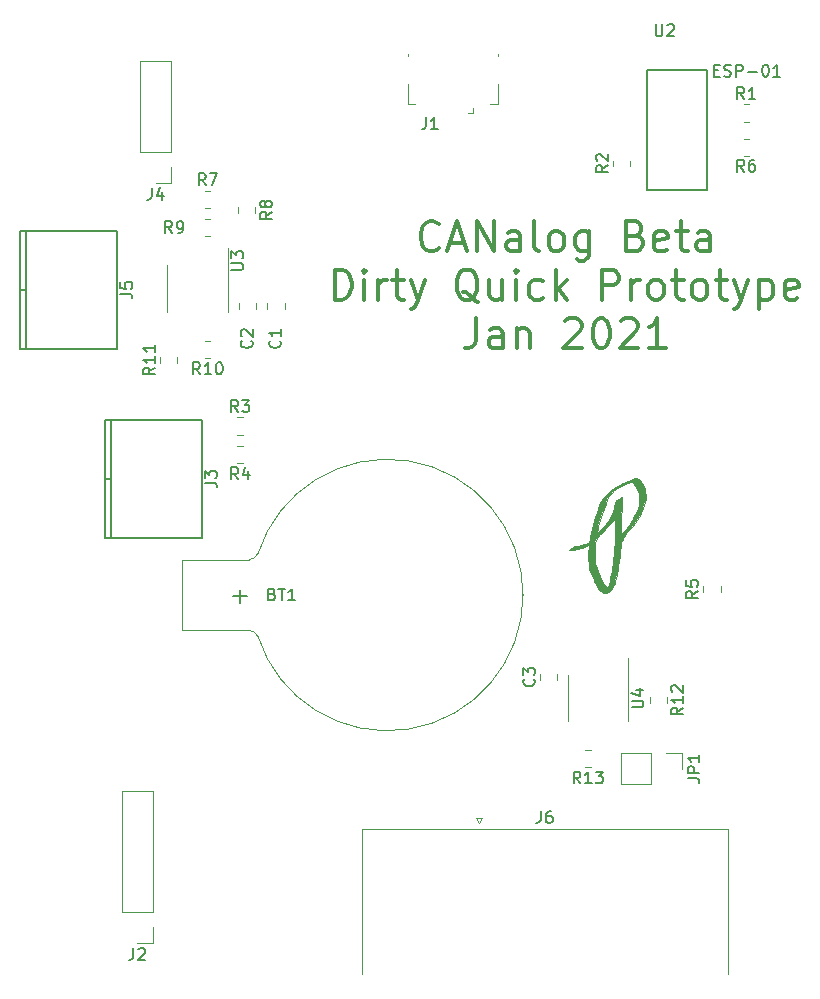
<source format=gbr>
%TF.GenerationSoftware,KiCad,Pcbnew,5.1.9*%
%TF.CreationDate,2021-01-24T08:51:39-05:00*%
%TF.ProjectId,CANalog_nucleo,43414e61-6c6f-4675-9f6e-75636c656f2e,rev?*%
%TF.SameCoordinates,PX700e860PY1298be0*%
%TF.FileFunction,Legend,Top*%
%TF.FilePolarity,Positive*%
%FSLAX46Y46*%
G04 Gerber Fmt 4.6, Leading zero omitted, Abs format (unit mm)*
G04 Created by KiCad (PCBNEW 5.1.9) date 2021-01-24 08:51:39*
%MOMM*%
%LPD*%
G01*
G04 APERTURE LIST*
%ADD10C,0.357143*%
%ADD11C,0.150000*%
%ADD12C,0.010000*%
%ADD13C,0.152400*%
%ADD14C,0.120000*%
G04 APERTURE END LIST*
D10*
X-33673810Y-18035714D02*
X-33792858Y-18154761D01*
X-34150000Y-18273809D01*
X-34388096Y-18273809D01*
X-34745239Y-18154761D01*
X-34983334Y-17916666D01*
X-35102381Y-17678571D01*
X-35221429Y-17202380D01*
X-35221429Y-16845237D01*
X-35102381Y-16369047D01*
X-34983334Y-16130952D01*
X-34745239Y-15892857D01*
X-34388096Y-15773809D01*
X-34150000Y-15773809D01*
X-33792858Y-15892857D01*
X-33673810Y-16011904D01*
X-32721429Y-17559523D02*
X-31530953Y-17559523D01*
X-32959524Y-18273809D02*
X-32126191Y-15773809D01*
X-31292858Y-18273809D01*
X-30459524Y-18273809D02*
X-30459524Y-15773809D01*
X-29030953Y-18273809D01*
X-29030953Y-15773809D01*
X-26769048Y-18273809D02*
X-26769048Y-16964285D01*
X-26888096Y-16726190D01*
X-27126191Y-16607142D01*
X-27602381Y-16607142D01*
X-27840477Y-16726190D01*
X-26769048Y-18154761D02*
X-27007143Y-18273809D01*
X-27602381Y-18273809D01*
X-27840477Y-18154761D01*
X-27959524Y-17916666D01*
X-27959524Y-17678571D01*
X-27840477Y-17440476D01*
X-27602381Y-17321428D01*
X-27007143Y-17321428D01*
X-26769048Y-17202380D01*
X-25221429Y-18273809D02*
X-25459524Y-18154761D01*
X-25578572Y-17916666D01*
X-25578572Y-15773809D01*
X-23911905Y-18273809D02*
X-24150000Y-18154761D01*
X-24269048Y-18035714D01*
X-24388096Y-17797618D01*
X-24388096Y-17083333D01*
X-24269048Y-16845237D01*
X-24150000Y-16726190D01*
X-23911905Y-16607142D01*
X-23554762Y-16607142D01*
X-23316667Y-16726190D01*
X-23197620Y-16845237D01*
X-23078572Y-17083333D01*
X-23078572Y-17797618D01*
X-23197620Y-18035714D01*
X-23316667Y-18154761D01*
X-23554762Y-18273809D01*
X-23911905Y-18273809D01*
X-20935715Y-16607142D02*
X-20935715Y-18630952D01*
X-21054762Y-18869047D01*
X-21173810Y-18988095D01*
X-21411905Y-19107142D01*
X-21769048Y-19107142D01*
X-22007143Y-18988095D01*
X-20935715Y-18154761D02*
X-21173810Y-18273809D01*
X-21650000Y-18273809D01*
X-21888096Y-18154761D01*
X-22007143Y-18035714D01*
X-22126191Y-17797618D01*
X-22126191Y-17083333D01*
X-22007143Y-16845237D01*
X-21888096Y-16726190D01*
X-21650000Y-16607142D01*
X-21173810Y-16607142D01*
X-20935715Y-16726190D01*
X-17007143Y-16964285D02*
X-16650000Y-17083333D01*
X-16530953Y-17202380D01*
X-16411905Y-17440476D01*
X-16411905Y-17797618D01*
X-16530953Y-18035714D01*
X-16650000Y-18154761D01*
X-16888096Y-18273809D01*
X-17840477Y-18273809D01*
X-17840477Y-15773809D01*
X-17007143Y-15773809D01*
X-16769048Y-15892857D01*
X-16650000Y-16011904D01*
X-16530953Y-16249999D01*
X-16530953Y-16488095D01*
X-16650000Y-16726190D01*
X-16769048Y-16845237D01*
X-17007143Y-16964285D01*
X-17840477Y-16964285D01*
X-14388096Y-18154761D02*
X-14626191Y-18273809D01*
X-15102381Y-18273809D01*
X-15340477Y-18154761D01*
X-15459524Y-17916666D01*
X-15459524Y-16964285D01*
X-15340477Y-16726190D01*
X-15102381Y-16607142D01*
X-14626191Y-16607142D01*
X-14388096Y-16726190D01*
X-14269048Y-16964285D01*
X-14269048Y-17202380D01*
X-15459524Y-17440476D01*
X-13554762Y-16607142D02*
X-12602381Y-16607142D01*
X-13197620Y-15773809D02*
X-13197620Y-17916666D01*
X-13078572Y-18154761D01*
X-12840477Y-18273809D01*
X-12602381Y-18273809D01*
X-10697620Y-18273809D02*
X-10697620Y-16964285D01*
X-10816667Y-16726190D01*
X-11054762Y-16607142D01*
X-11530953Y-16607142D01*
X-11769048Y-16726190D01*
X-10697620Y-18154761D02*
X-10935715Y-18273809D01*
X-11530953Y-18273809D01*
X-11769048Y-18154761D01*
X-11888096Y-17916666D01*
X-11888096Y-17678571D01*
X-11769048Y-17440476D01*
X-11530953Y-17321428D01*
X-10935715Y-17321428D01*
X-10697620Y-17202380D01*
X-42483334Y-22380952D02*
X-42483334Y-19880952D01*
X-41888096Y-19880952D01*
X-41530953Y-20000000D01*
X-41292858Y-20238095D01*
X-41173810Y-20476190D01*
X-41054762Y-20952380D01*
X-41054762Y-21309523D01*
X-41173810Y-21785714D01*
X-41292858Y-22023809D01*
X-41530953Y-22261904D01*
X-41888096Y-22380952D01*
X-42483334Y-22380952D01*
X-39983334Y-22380952D02*
X-39983334Y-20714285D01*
X-39983334Y-19880952D02*
X-40102381Y-20000000D01*
X-39983334Y-20119047D01*
X-39864286Y-20000000D01*
X-39983334Y-19880952D01*
X-39983334Y-20119047D01*
X-38792858Y-22380952D02*
X-38792858Y-20714285D01*
X-38792858Y-21190476D02*
X-38673810Y-20952380D01*
X-38554762Y-20833333D01*
X-38316667Y-20714285D01*
X-38078572Y-20714285D01*
X-37602381Y-20714285D02*
X-36650000Y-20714285D01*
X-37245239Y-19880952D02*
X-37245239Y-22023809D01*
X-37126191Y-22261904D01*
X-36888096Y-22380952D01*
X-36650000Y-22380952D01*
X-36054762Y-20714285D02*
X-35459524Y-22380952D01*
X-34864286Y-20714285D02*
X-35459524Y-22380952D01*
X-35697620Y-22976190D01*
X-35816667Y-23095238D01*
X-36054762Y-23214285D01*
X-30340477Y-22619047D02*
X-30578572Y-22500000D01*
X-30816667Y-22261904D01*
X-31173810Y-21904761D01*
X-31411905Y-21785714D01*
X-31650000Y-21785714D01*
X-31530953Y-22380952D02*
X-31769048Y-22261904D01*
X-32007143Y-22023809D01*
X-32126191Y-21547619D01*
X-32126191Y-20714285D01*
X-32007143Y-20238095D01*
X-31769048Y-20000000D01*
X-31530953Y-19880952D01*
X-31054762Y-19880952D01*
X-30816667Y-20000000D01*
X-30578572Y-20238095D01*
X-30459524Y-20714285D01*
X-30459524Y-21547619D01*
X-30578572Y-22023809D01*
X-30816667Y-22261904D01*
X-31054762Y-22380952D01*
X-31530953Y-22380952D01*
X-28316667Y-20714285D02*
X-28316667Y-22380952D01*
X-29388096Y-20714285D02*
X-29388096Y-22023809D01*
X-29269048Y-22261904D01*
X-29030953Y-22380952D01*
X-28673810Y-22380952D01*
X-28435715Y-22261904D01*
X-28316667Y-22142857D01*
X-27126191Y-22380952D02*
X-27126191Y-20714285D01*
X-27126191Y-19880952D02*
X-27245239Y-20000000D01*
X-27126191Y-20119047D01*
X-27007143Y-20000000D01*
X-27126191Y-19880952D01*
X-27126191Y-20119047D01*
X-24864286Y-22261904D02*
X-25102381Y-22380952D01*
X-25578572Y-22380952D01*
X-25816667Y-22261904D01*
X-25935715Y-22142857D01*
X-26054762Y-21904761D01*
X-26054762Y-21190476D01*
X-25935715Y-20952380D01*
X-25816667Y-20833333D01*
X-25578572Y-20714285D01*
X-25102381Y-20714285D01*
X-24864286Y-20833333D01*
X-23792858Y-22380952D02*
X-23792858Y-19880952D01*
X-23554762Y-21428571D02*
X-22840477Y-22380952D01*
X-22840477Y-20714285D02*
X-23792858Y-21666666D01*
X-19864286Y-22380952D02*
X-19864286Y-19880952D01*
X-18911905Y-19880952D01*
X-18673810Y-20000000D01*
X-18554762Y-20119047D01*
X-18435715Y-20357142D01*
X-18435715Y-20714285D01*
X-18554762Y-20952380D01*
X-18673810Y-21071428D01*
X-18911905Y-21190476D01*
X-19864286Y-21190476D01*
X-17364286Y-22380952D02*
X-17364286Y-20714285D01*
X-17364286Y-21190476D02*
X-17245239Y-20952380D01*
X-17126191Y-20833333D01*
X-16888096Y-20714285D01*
X-16650001Y-20714285D01*
X-15459524Y-22380952D02*
X-15697620Y-22261904D01*
X-15816667Y-22142857D01*
X-15935715Y-21904761D01*
X-15935715Y-21190476D01*
X-15816667Y-20952380D01*
X-15697620Y-20833333D01*
X-15459524Y-20714285D01*
X-15102381Y-20714285D01*
X-14864286Y-20833333D01*
X-14745239Y-20952380D01*
X-14626191Y-21190476D01*
X-14626191Y-21904761D01*
X-14745239Y-22142857D01*
X-14864286Y-22261904D01*
X-15102381Y-22380952D01*
X-15459524Y-22380952D01*
X-13911905Y-20714285D02*
X-12959524Y-20714285D01*
X-13554762Y-19880952D02*
X-13554762Y-22023809D01*
X-13435715Y-22261904D01*
X-13197620Y-22380952D01*
X-12959524Y-22380952D01*
X-11769048Y-22380952D02*
X-12007143Y-22261904D01*
X-12126191Y-22142857D01*
X-12245239Y-21904761D01*
X-12245239Y-21190476D01*
X-12126191Y-20952380D01*
X-12007143Y-20833333D01*
X-11769048Y-20714285D01*
X-11411905Y-20714285D01*
X-11173810Y-20833333D01*
X-11054762Y-20952380D01*
X-10935715Y-21190476D01*
X-10935715Y-21904761D01*
X-11054762Y-22142857D01*
X-11173810Y-22261904D01*
X-11411905Y-22380952D01*
X-11769048Y-22380952D01*
X-10221429Y-20714285D02*
X-9269048Y-20714285D01*
X-9864286Y-19880952D02*
X-9864286Y-22023809D01*
X-9745239Y-22261904D01*
X-9507143Y-22380952D01*
X-9269048Y-22380952D01*
X-8673810Y-20714285D02*
X-8078572Y-22380952D01*
X-7483334Y-20714285D02*
X-8078572Y-22380952D01*
X-8316667Y-22976190D01*
X-8435715Y-23095238D01*
X-8673810Y-23214285D01*
X-6530953Y-20714285D02*
X-6530953Y-23214285D01*
X-6530953Y-20833333D02*
X-6292858Y-20714285D01*
X-5816667Y-20714285D01*
X-5578572Y-20833333D01*
X-5459524Y-20952380D01*
X-5340477Y-21190476D01*
X-5340477Y-21904761D01*
X-5459524Y-22142857D01*
X-5578572Y-22261904D01*
X-5816667Y-22380952D01*
X-6292858Y-22380952D01*
X-6530953Y-22261904D01*
X-3316667Y-22261904D02*
X-3554762Y-22380952D01*
X-4030953Y-22380952D01*
X-4269048Y-22261904D01*
X-4388096Y-22023809D01*
X-4388096Y-21071428D01*
X-4269048Y-20833333D01*
X-4030953Y-20714285D01*
X-3554762Y-20714285D01*
X-3316667Y-20833333D01*
X-3197620Y-21071428D01*
X-3197620Y-21309523D01*
X-4388096Y-21547619D01*
X-30519048Y-23988095D02*
X-30519048Y-25773809D01*
X-30638096Y-26130952D01*
X-30876191Y-26369047D01*
X-31233334Y-26488095D01*
X-31471429Y-26488095D01*
X-28257143Y-26488095D02*
X-28257143Y-25178571D01*
X-28376191Y-24940476D01*
X-28614286Y-24821428D01*
X-29090477Y-24821428D01*
X-29328572Y-24940476D01*
X-28257143Y-26369047D02*
X-28495239Y-26488095D01*
X-29090477Y-26488095D01*
X-29328572Y-26369047D01*
X-29447620Y-26130952D01*
X-29447620Y-25892857D01*
X-29328572Y-25654762D01*
X-29090477Y-25535714D01*
X-28495239Y-25535714D01*
X-28257143Y-25416666D01*
X-27066667Y-24821428D02*
X-27066667Y-26488095D01*
X-27066667Y-25059523D02*
X-26947620Y-24940476D01*
X-26709524Y-24821428D01*
X-26352381Y-24821428D01*
X-26114286Y-24940476D01*
X-25995239Y-25178571D01*
X-25995239Y-26488095D01*
X-23019048Y-24226190D02*
X-22900000Y-24107143D01*
X-22661905Y-23988095D01*
X-22066667Y-23988095D01*
X-21828572Y-24107143D01*
X-21709524Y-24226190D01*
X-21590477Y-24464285D01*
X-21590477Y-24702381D01*
X-21709524Y-25059523D01*
X-23138096Y-26488095D01*
X-21590477Y-26488095D01*
X-20042858Y-23988095D02*
X-19804762Y-23988095D01*
X-19566667Y-24107143D01*
X-19447620Y-24226190D01*
X-19328572Y-24464285D01*
X-19209524Y-24940476D01*
X-19209524Y-25535714D01*
X-19328572Y-26011904D01*
X-19447620Y-26250000D01*
X-19566667Y-26369047D01*
X-19804762Y-26488095D01*
X-20042858Y-26488095D01*
X-20280953Y-26369047D01*
X-20400000Y-26250000D01*
X-20519048Y-26011904D01*
X-20638096Y-25535714D01*
X-20638096Y-24940476D01*
X-20519048Y-24464285D01*
X-20400000Y-24226190D01*
X-20280953Y-24107143D01*
X-20042858Y-23988095D01*
X-18257143Y-24226190D02*
X-18138096Y-24107143D01*
X-17900000Y-23988095D01*
X-17304762Y-23988095D01*
X-17066667Y-24107143D01*
X-16947620Y-24226190D01*
X-16828572Y-24464285D01*
X-16828572Y-24702381D01*
X-16947620Y-25059523D01*
X-18376191Y-26488095D01*
X-16828572Y-26488095D01*
X-14447620Y-26488095D02*
X-15876191Y-26488095D01*
X-15161905Y-26488095D02*
X-15161905Y-23988095D01*
X-15400000Y-24345238D01*
X-15638096Y-24583333D01*
X-15876191Y-24702381D01*
D11*
X-10361905Y-2978571D02*
X-10028572Y-2978571D01*
X-9885715Y-3502380D02*
X-10361905Y-3502380D01*
X-10361905Y-2502380D01*
X-9885715Y-2502380D01*
X-9504762Y-3454761D02*
X-9361905Y-3502380D01*
X-9123810Y-3502380D01*
X-9028572Y-3454761D01*
X-8980953Y-3407142D01*
X-8933334Y-3311904D01*
X-8933334Y-3216666D01*
X-8980953Y-3121428D01*
X-9028572Y-3073809D01*
X-9123810Y-3026190D01*
X-9314286Y-2978571D01*
X-9409524Y-2930952D01*
X-9457143Y-2883333D01*
X-9504762Y-2788095D01*
X-9504762Y-2692857D01*
X-9457143Y-2597619D01*
X-9409524Y-2550000D01*
X-9314286Y-2502380D01*
X-9076191Y-2502380D01*
X-8933334Y-2550000D01*
X-8504762Y-3502380D02*
X-8504762Y-2502380D01*
X-8123810Y-2502380D01*
X-8028572Y-2550000D01*
X-7980953Y-2597619D01*
X-7933334Y-2692857D01*
X-7933334Y-2835714D01*
X-7980953Y-2930952D01*
X-8028572Y-2978571D01*
X-8123810Y-3026190D01*
X-8504762Y-3026190D01*
X-7504762Y-3121428D02*
X-6742858Y-3121428D01*
X-6076191Y-2502380D02*
X-5980953Y-2502380D01*
X-5885715Y-2550000D01*
X-5838096Y-2597619D01*
X-5790477Y-2692857D01*
X-5742858Y-2883333D01*
X-5742858Y-3121428D01*
X-5790477Y-3311904D01*
X-5838096Y-3407142D01*
X-5885715Y-3454761D01*
X-5980953Y-3502380D01*
X-6076191Y-3502380D01*
X-6171429Y-3454761D01*
X-6219048Y-3407142D01*
X-6266667Y-3311904D01*
X-6314286Y-3121428D01*
X-6314286Y-2883333D01*
X-6266667Y-2692857D01*
X-6219048Y-2597619D01*
X-6171429Y-2550000D01*
X-6076191Y-2502380D01*
X-4790477Y-3502380D02*
X-5361905Y-3502380D01*
X-5076191Y-3502380D02*
X-5076191Y-2502380D01*
X-5171429Y-2645238D01*
X-5266667Y-2740476D01*
X-5361905Y-2788095D01*
D12*
%TO.C,G\u002A\u002A\u002A*%
G36*
X-16894776Y-37514674D02*
G01*
X-16793865Y-37579667D01*
X-16682839Y-37678049D01*
X-16570757Y-37801711D01*
X-16466680Y-37942545D01*
X-16458845Y-37954505D01*
X-16330263Y-38188886D01*
X-16241966Y-38438062D01*
X-16190302Y-38714494D01*
X-16174161Y-38926178D01*
X-16177022Y-39209376D01*
X-16210193Y-39487055D01*
X-16276270Y-39769378D01*
X-16377849Y-40066509D01*
X-16517526Y-40388614D01*
X-16581099Y-40519608D01*
X-16738665Y-40817405D01*
X-16903089Y-41087355D01*
X-17084488Y-41343650D01*
X-17292983Y-41600482D01*
X-17538691Y-41872045D01*
X-17565701Y-41900561D01*
X-17701790Y-42050186D01*
X-17811296Y-42188169D01*
X-17907347Y-42333389D01*
X-18003070Y-42504728D01*
X-18051511Y-42599316D01*
X-18109290Y-42708672D01*
X-18162852Y-42800012D01*
X-18204104Y-42859960D01*
X-18217740Y-42874097D01*
X-18236357Y-42899272D01*
X-18251221Y-42949524D01*
X-18263473Y-43032740D01*
X-18274254Y-43156803D01*
X-18284703Y-43329598D01*
X-18285320Y-43341235D01*
X-18297319Y-43507883D01*
X-18317103Y-43713591D01*
X-18342727Y-43941178D01*
X-18372249Y-44173460D01*
X-18403725Y-44393254D01*
X-18405962Y-44407802D01*
X-18436882Y-44609858D01*
X-18466962Y-44810167D01*
X-18494313Y-44995874D01*
X-18517047Y-45154123D01*
X-18533275Y-45272059D01*
X-18536098Y-45293761D01*
X-18567749Y-45493753D01*
X-18613265Y-45716680D01*
X-18668947Y-45948827D01*
X-18731098Y-46176481D01*
X-18796022Y-46385929D01*
X-18860022Y-46563456D01*
X-18907944Y-46673023D01*
X-18981349Y-46809677D01*
X-19052681Y-46911441D01*
X-19136790Y-46997936D01*
X-19184592Y-47038597D01*
X-19276077Y-47110052D01*
X-19360861Y-47171077D01*
X-19420012Y-47208127D01*
X-19525561Y-47247573D01*
X-19637357Y-47266136D01*
X-19730977Y-47260420D01*
X-19750478Y-47254062D01*
X-19804277Y-47217014D01*
X-19882578Y-47145332D01*
X-19975412Y-47049876D01*
X-20072810Y-46941505D01*
X-20164804Y-46831078D01*
X-20241423Y-46729456D01*
X-20267028Y-46691376D01*
X-20312266Y-46613751D01*
X-20374881Y-46496779D01*
X-20448423Y-46352985D01*
X-20526445Y-46194891D01*
X-20576970Y-46089417D01*
X-20726776Y-45748036D01*
X-20840129Y-45430454D01*
X-20921575Y-45120753D01*
X-20975659Y-44803017D01*
X-20994769Y-44626067D01*
X-21004419Y-44473697D01*
X-21010041Y-44288727D01*
X-21011836Y-44084355D01*
X-21010007Y-43873778D01*
X-21004755Y-43670194D01*
X-20998556Y-43536002D01*
X-20471477Y-43536002D01*
X-20471415Y-43774733D01*
X-20468243Y-43983932D01*
X-20463565Y-44199132D01*
X-20458419Y-44368172D01*
X-20451703Y-44501969D01*
X-20442316Y-44611438D01*
X-20429160Y-44707495D01*
X-20411132Y-44801056D01*
X-20387133Y-44903036D01*
X-20367999Y-44978276D01*
X-20315482Y-45150852D01*
X-20239911Y-45357725D01*
X-20147715Y-45584317D01*
X-20045320Y-45816049D01*
X-19939156Y-46038343D01*
X-19835648Y-46236621D01*
X-19746218Y-46388545D01*
X-19674760Y-46491812D01*
X-19596258Y-46591915D01*
X-19519404Y-46679321D01*
X-19452891Y-46744500D01*
X-19405411Y-46777918D01*
X-19390114Y-46779051D01*
X-19371151Y-46746367D01*
X-19341995Y-46672452D01*
X-19307873Y-46571032D01*
X-19295158Y-46529690D01*
X-19219800Y-46260453D01*
X-19155231Y-45987798D01*
X-19097826Y-45694674D01*
X-19043960Y-45364031D01*
X-19036120Y-45311230D01*
X-19005871Y-45105027D01*
X-18971191Y-44868232D01*
X-18935868Y-44626736D01*
X-18903692Y-44406431D01*
X-18896182Y-44354943D01*
X-18858443Y-44065110D01*
X-18827633Y-43757823D01*
X-18803400Y-43426279D01*
X-18785389Y-43063674D01*
X-18773247Y-42663204D01*
X-18766622Y-42218066D01*
X-18765056Y-41828674D01*
X-18765056Y-40873907D01*
X-18870444Y-41030493D01*
X-18928222Y-41106181D01*
X-19019609Y-41213566D01*
X-19137153Y-41344694D01*
X-19273405Y-41491611D01*
X-19420914Y-41646363D01*
X-19572230Y-41800995D01*
X-19719903Y-41947555D01*
X-19816471Y-42040472D01*
X-19898907Y-42124056D01*
X-20001594Y-42236164D01*
X-20109705Y-42360291D01*
X-20183844Y-42449395D01*
X-20398790Y-42713917D01*
X-20440042Y-43020722D01*
X-20456075Y-43168709D01*
X-20466458Y-43337231D01*
X-20471477Y-43536002D01*
X-20998556Y-43536002D01*
X-20996283Y-43486803D01*
X-20984793Y-43336801D01*
X-20973712Y-43250570D01*
X-20955611Y-43145073D01*
X-21251626Y-43270273D01*
X-21406593Y-43332382D01*
X-21576574Y-43395063D01*
X-21735029Y-43448727D01*
X-21804494Y-43470013D01*
X-21930996Y-43503180D01*
X-22078023Y-43536200D01*
X-22232762Y-43566836D01*
X-22382403Y-43592849D01*
X-22514134Y-43612002D01*
X-22615143Y-43622057D01*
X-22670366Y-43621265D01*
X-22671923Y-43603240D01*
X-22634693Y-43563406D01*
X-22569007Y-43509028D01*
X-22485198Y-43447374D01*
X-22393596Y-43385709D01*
X-22304533Y-43331299D01*
X-22228340Y-43291411D01*
X-22175710Y-43273359D01*
X-21864920Y-43227288D01*
X-21593459Y-43176774D01*
X-21364933Y-43122777D01*
X-21182946Y-43066257D01*
X-21051102Y-43008175D01*
X-20976998Y-42953975D01*
X-20947986Y-42912949D01*
X-20922895Y-42852150D01*
X-20899067Y-42761872D01*
X-20873843Y-42632404D01*
X-20850632Y-42492575D01*
X-20799847Y-42214494D01*
X-20309040Y-42214494D01*
X-19906374Y-41806110D01*
X-19703160Y-41593862D01*
X-19536666Y-41404583D01*
X-19398273Y-41226567D01*
X-19279362Y-41048107D01*
X-19171313Y-40857498D01*
X-19093362Y-40701910D01*
X-19027169Y-40547363D01*
X-18955950Y-40353017D01*
X-18884875Y-40135233D01*
X-18819114Y-39910375D01*
X-18763836Y-39694802D01*
X-18737817Y-39576553D01*
X-18706684Y-39454943D01*
X-18670249Y-39382130D01*
X-18623379Y-39349835D01*
X-18595057Y-39346292D01*
X-18548104Y-39330642D01*
X-18471984Y-39289614D01*
X-18383239Y-39232134D01*
X-18297523Y-39175038D01*
X-18228033Y-39134100D01*
X-18189512Y-39117987D01*
X-18189088Y-39117977D01*
X-18180203Y-39145214D01*
X-18174723Y-39221940D01*
X-18172471Y-39340679D01*
X-18173274Y-39493953D01*
X-18176956Y-39674285D01*
X-18183342Y-39874198D01*
X-18192257Y-40086215D01*
X-18203525Y-40302860D01*
X-18216973Y-40516654D01*
X-18224167Y-40616292D01*
X-18231223Y-40734378D01*
X-18237275Y-40883530D01*
X-18242270Y-41055266D01*
X-18246150Y-41241106D01*
X-18248859Y-41432569D01*
X-18250341Y-41621174D01*
X-18250541Y-41798440D01*
X-18249402Y-41955885D01*
X-18246868Y-42085030D01*
X-18242884Y-42177393D01*
X-18237392Y-42224494D01*
X-18234825Y-42228764D01*
X-18207597Y-42209990D01*
X-18153808Y-42161289D01*
X-18099264Y-42107471D01*
X-17922315Y-41918155D01*
X-17741803Y-41709151D01*
X-17575474Y-41501518D01*
X-17480704Y-41373515D01*
X-17362643Y-41191915D01*
X-17236969Y-40972255D01*
X-17112033Y-40731274D01*
X-16996186Y-40485712D01*
X-16897782Y-40252309D01*
X-16835512Y-40080355D01*
X-16791793Y-39941559D01*
X-16761475Y-39828103D01*
X-16741543Y-39721722D01*
X-16728981Y-39604156D01*
X-16720774Y-39457143D01*
X-16717273Y-39364352D01*
X-16714306Y-39136185D01*
X-16724964Y-38947736D01*
X-16752243Y-38782641D01*
X-16799139Y-38624535D01*
X-16868650Y-38457057D01*
X-16892807Y-38405771D01*
X-16963945Y-38280983D01*
X-17055934Y-38152376D01*
X-17157626Y-38032794D01*
X-17257874Y-37935082D01*
X-17345529Y-37872088D01*
X-17363278Y-37863635D01*
X-17404380Y-37852693D01*
X-17455455Y-37852861D01*
X-17522455Y-37866292D01*
X-17611330Y-37895135D01*
X-17728031Y-37941540D01*
X-17878509Y-38007659D01*
X-18068714Y-38095641D01*
X-18271716Y-38191919D01*
X-18457284Y-38282945D01*
X-18600388Y-38359370D01*
X-18711638Y-38427601D01*
X-18801641Y-38494044D01*
X-18866449Y-38551139D01*
X-19048296Y-38751910D01*
X-19226649Y-39005695D01*
X-19399223Y-39308446D01*
X-19563728Y-39656109D01*
X-19717877Y-40044635D01*
X-19731893Y-40083503D01*
X-19807630Y-40303776D01*
X-19886503Y-40548298D01*
X-19965733Y-40807115D01*
X-20042542Y-41070272D01*
X-20114150Y-41327811D01*
X-20177781Y-41569780D01*
X-20230655Y-41786222D01*
X-20269994Y-41967181D01*
X-20290773Y-42086067D01*
X-20309040Y-42214494D01*
X-20799847Y-42214494D01*
X-20794757Y-42186623D01*
X-20720615Y-41850976D01*
X-20631542Y-41496712D01*
X-20530876Y-41134910D01*
X-20421954Y-40776647D01*
X-20308113Y-40433000D01*
X-20192689Y-40115049D01*
X-20079020Y-39833871D01*
X-19993113Y-39645955D01*
X-19840707Y-39354474D01*
X-19689090Y-39109842D01*
X-19530019Y-38902547D01*
X-19355252Y-38723080D01*
X-19156545Y-38561928D01*
X-18925656Y-38409581D01*
X-18917227Y-38404494D01*
X-18728550Y-38294643D01*
X-18520877Y-38180182D01*
X-18301284Y-38064442D01*
X-18076853Y-37950755D01*
X-17854660Y-37842451D01*
X-17641785Y-37742862D01*
X-17445306Y-37655319D01*
X-17272303Y-37583154D01*
X-17129853Y-37529697D01*
X-17025036Y-37498281D01*
X-16976513Y-37491178D01*
X-16894776Y-37514674D01*
G37*
X-16894776Y-37514674D02*
X-16793865Y-37579667D01*
X-16682839Y-37678049D01*
X-16570757Y-37801711D01*
X-16466680Y-37942545D01*
X-16458845Y-37954505D01*
X-16330263Y-38188886D01*
X-16241966Y-38438062D01*
X-16190302Y-38714494D01*
X-16174161Y-38926178D01*
X-16177022Y-39209376D01*
X-16210193Y-39487055D01*
X-16276270Y-39769378D01*
X-16377849Y-40066509D01*
X-16517526Y-40388614D01*
X-16581099Y-40519608D01*
X-16738665Y-40817405D01*
X-16903089Y-41087355D01*
X-17084488Y-41343650D01*
X-17292983Y-41600482D01*
X-17538691Y-41872045D01*
X-17565701Y-41900561D01*
X-17701790Y-42050186D01*
X-17811296Y-42188169D01*
X-17907347Y-42333389D01*
X-18003070Y-42504728D01*
X-18051511Y-42599316D01*
X-18109290Y-42708672D01*
X-18162852Y-42800012D01*
X-18204104Y-42859960D01*
X-18217740Y-42874097D01*
X-18236357Y-42899272D01*
X-18251221Y-42949524D01*
X-18263473Y-43032740D01*
X-18274254Y-43156803D01*
X-18284703Y-43329598D01*
X-18285320Y-43341235D01*
X-18297319Y-43507883D01*
X-18317103Y-43713591D01*
X-18342727Y-43941178D01*
X-18372249Y-44173460D01*
X-18403725Y-44393254D01*
X-18405962Y-44407802D01*
X-18436882Y-44609858D01*
X-18466962Y-44810167D01*
X-18494313Y-44995874D01*
X-18517047Y-45154123D01*
X-18533275Y-45272059D01*
X-18536098Y-45293761D01*
X-18567749Y-45493753D01*
X-18613265Y-45716680D01*
X-18668947Y-45948827D01*
X-18731098Y-46176481D01*
X-18796022Y-46385929D01*
X-18860022Y-46563456D01*
X-18907944Y-46673023D01*
X-18981349Y-46809677D01*
X-19052681Y-46911441D01*
X-19136790Y-46997936D01*
X-19184592Y-47038597D01*
X-19276077Y-47110052D01*
X-19360861Y-47171077D01*
X-19420012Y-47208127D01*
X-19525561Y-47247573D01*
X-19637357Y-47266136D01*
X-19730977Y-47260420D01*
X-19750478Y-47254062D01*
X-19804277Y-47217014D01*
X-19882578Y-47145332D01*
X-19975412Y-47049876D01*
X-20072810Y-46941505D01*
X-20164804Y-46831078D01*
X-20241423Y-46729456D01*
X-20267028Y-46691376D01*
X-20312266Y-46613751D01*
X-20374881Y-46496779D01*
X-20448423Y-46352985D01*
X-20526445Y-46194891D01*
X-20576970Y-46089417D01*
X-20726776Y-45748036D01*
X-20840129Y-45430454D01*
X-20921575Y-45120753D01*
X-20975659Y-44803017D01*
X-20994769Y-44626067D01*
X-21004419Y-44473697D01*
X-21010041Y-44288727D01*
X-21011836Y-44084355D01*
X-21010007Y-43873778D01*
X-21004755Y-43670194D01*
X-20998556Y-43536002D01*
X-20471477Y-43536002D01*
X-20471415Y-43774733D01*
X-20468243Y-43983932D01*
X-20463565Y-44199132D01*
X-20458419Y-44368172D01*
X-20451703Y-44501969D01*
X-20442316Y-44611438D01*
X-20429160Y-44707495D01*
X-20411132Y-44801056D01*
X-20387133Y-44903036D01*
X-20367999Y-44978276D01*
X-20315482Y-45150852D01*
X-20239911Y-45357725D01*
X-20147715Y-45584317D01*
X-20045320Y-45816049D01*
X-19939156Y-46038343D01*
X-19835648Y-46236621D01*
X-19746218Y-46388545D01*
X-19674760Y-46491812D01*
X-19596258Y-46591915D01*
X-19519404Y-46679321D01*
X-19452891Y-46744500D01*
X-19405411Y-46777918D01*
X-19390114Y-46779051D01*
X-19371151Y-46746367D01*
X-19341995Y-46672452D01*
X-19307873Y-46571032D01*
X-19295158Y-46529690D01*
X-19219800Y-46260453D01*
X-19155231Y-45987798D01*
X-19097826Y-45694674D01*
X-19043960Y-45364031D01*
X-19036120Y-45311230D01*
X-19005871Y-45105027D01*
X-18971191Y-44868232D01*
X-18935868Y-44626736D01*
X-18903692Y-44406431D01*
X-18896182Y-44354943D01*
X-18858443Y-44065110D01*
X-18827633Y-43757823D01*
X-18803400Y-43426279D01*
X-18785389Y-43063674D01*
X-18773247Y-42663204D01*
X-18766622Y-42218066D01*
X-18765056Y-41828674D01*
X-18765056Y-40873907D01*
X-18870444Y-41030493D01*
X-18928222Y-41106181D01*
X-19019609Y-41213566D01*
X-19137153Y-41344694D01*
X-19273405Y-41491611D01*
X-19420914Y-41646363D01*
X-19572230Y-41800995D01*
X-19719903Y-41947555D01*
X-19816471Y-42040472D01*
X-19898907Y-42124056D01*
X-20001594Y-42236164D01*
X-20109705Y-42360291D01*
X-20183844Y-42449395D01*
X-20398790Y-42713917D01*
X-20440042Y-43020722D01*
X-20456075Y-43168709D01*
X-20466458Y-43337231D01*
X-20471477Y-43536002D01*
X-20998556Y-43536002D01*
X-20996283Y-43486803D01*
X-20984793Y-43336801D01*
X-20973712Y-43250570D01*
X-20955611Y-43145073D01*
X-21251626Y-43270273D01*
X-21406593Y-43332382D01*
X-21576574Y-43395063D01*
X-21735029Y-43448727D01*
X-21804494Y-43470013D01*
X-21930996Y-43503180D01*
X-22078023Y-43536200D01*
X-22232762Y-43566836D01*
X-22382403Y-43592849D01*
X-22514134Y-43612002D01*
X-22615143Y-43622057D01*
X-22670366Y-43621265D01*
X-22671923Y-43603240D01*
X-22634693Y-43563406D01*
X-22569007Y-43509028D01*
X-22485198Y-43447374D01*
X-22393596Y-43385709D01*
X-22304533Y-43331299D01*
X-22228340Y-43291411D01*
X-22175710Y-43273359D01*
X-21864920Y-43227288D01*
X-21593459Y-43176774D01*
X-21364933Y-43122777D01*
X-21182946Y-43066257D01*
X-21051102Y-43008175D01*
X-20976998Y-42953975D01*
X-20947986Y-42912949D01*
X-20922895Y-42852150D01*
X-20899067Y-42761872D01*
X-20873843Y-42632404D01*
X-20850632Y-42492575D01*
X-20799847Y-42214494D01*
X-20309040Y-42214494D01*
X-19906374Y-41806110D01*
X-19703160Y-41593862D01*
X-19536666Y-41404583D01*
X-19398273Y-41226567D01*
X-19279362Y-41048107D01*
X-19171313Y-40857498D01*
X-19093362Y-40701910D01*
X-19027169Y-40547363D01*
X-18955950Y-40353017D01*
X-18884875Y-40135233D01*
X-18819114Y-39910375D01*
X-18763836Y-39694802D01*
X-18737817Y-39576553D01*
X-18706684Y-39454943D01*
X-18670249Y-39382130D01*
X-18623379Y-39349835D01*
X-18595057Y-39346292D01*
X-18548104Y-39330642D01*
X-18471984Y-39289614D01*
X-18383239Y-39232134D01*
X-18297523Y-39175038D01*
X-18228033Y-39134100D01*
X-18189512Y-39117987D01*
X-18189088Y-39117977D01*
X-18180203Y-39145214D01*
X-18174723Y-39221940D01*
X-18172471Y-39340679D01*
X-18173274Y-39493953D01*
X-18176956Y-39674285D01*
X-18183342Y-39874198D01*
X-18192257Y-40086215D01*
X-18203525Y-40302860D01*
X-18216973Y-40516654D01*
X-18224167Y-40616292D01*
X-18231223Y-40734378D01*
X-18237275Y-40883530D01*
X-18242270Y-41055266D01*
X-18246150Y-41241106D01*
X-18248859Y-41432569D01*
X-18250341Y-41621174D01*
X-18250541Y-41798440D01*
X-18249402Y-41955885D01*
X-18246868Y-42085030D01*
X-18242884Y-42177393D01*
X-18237392Y-42224494D01*
X-18234825Y-42228764D01*
X-18207597Y-42209990D01*
X-18153808Y-42161289D01*
X-18099264Y-42107471D01*
X-17922315Y-41918155D01*
X-17741803Y-41709151D01*
X-17575474Y-41501518D01*
X-17480704Y-41373515D01*
X-17362643Y-41191915D01*
X-17236969Y-40972255D01*
X-17112033Y-40731274D01*
X-16996186Y-40485712D01*
X-16897782Y-40252309D01*
X-16835512Y-40080355D01*
X-16791793Y-39941559D01*
X-16761475Y-39828103D01*
X-16741543Y-39721722D01*
X-16728981Y-39604156D01*
X-16720774Y-39457143D01*
X-16717273Y-39364352D01*
X-16714306Y-39136185D01*
X-16724964Y-38947736D01*
X-16752243Y-38782641D01*
X-16799139Y-38624535D01*
X-16868650Y-38457057D01*
X-16892807Y-38405771D01*
X-16963945Y-38280983D01*
X-17055934Y-38152376D01*
X-17157626Y-38032794D01*
X-17257874Y-37935082D01*
X-17345529Y-37872088D01*
X-17363278Y-37863635D01*
X-17404380Y-37852693D01*
X-17455455Y-37852861D01*
X-17522455Y-37866292D01*
X-17611330Y-37895135D01*
X-17728031Y-37941540D01*
X-17878509Y-38007659D01*
X-18068714Y-38095641D01*
X-18271716Y-38191919D01*
X-18457284Y-38282945D01*
X-18600388Y-38359370D01*
X-18711638Y-38427601D01*
X-18801641Y-38494044D01*
X-18866449Y-38551139D01*
X-19048296Y-38751910D01*
X-19226649Y-39005695D01*
X-19399223Y-39308446D01*
X-19563728Y-39656109D01*
X-19717877Y-40044635D01*
X-19731893Y-40083503D01*
X-19807630Y-40303776D01*
X-19886503Y-40548298D01*
X-19965733Y-40807115D01*
X-20042542Y-41070272D01*
X-20114150Y-41327811D01*
X-20177781Y-41569780D01*
X-20230655Y-41786222D01*
X-20269994Y-41967181D01*
X-20290773Y-42086067D01*
X-20309040Y-42214494D01*
X-20799847Y-42214494D01*
X-20794757Y-42186623D01*
X-20720615Y-41850976D01*
X-20631542Y-41496712D01*
X-20530876Y-41134910D01*
X-20421954Y-40776647D01*
X-20308113Y-40433000D01*
X-20192689Y-40115049D01*
X-20079020Y-39833871D01*
X-19993113Y-39645955D01*
X-19840707Y-39354474D01*
X-19689090Y-39109842D01*
X-19530019Y-38902547D01*
X-19355252Y-38723080D01*
X-19156545Y-38561928D01*
X-18925656Y-38409581D01*
X-18917227Y-38404494D01*
X-18728550Y-38294643D01*
X-18520877Y-38180182D01*
X-18301284Y-38064442D01*
X-18076853Y-37950755D01*
X-17854660Y-37842451D01*
X-17641785Y-37742862D01*
X-17445306Y-37655319D01*
X-17272303Y-37583154D01*
X-17129853Y-37529697D01*
X-17025036Y-37498281D01*
X-16976513Y-37491178D01*
X-16894776Y-37514674D01*
D13*
%TO.C,U2*%
X-11010000Y-2929167D02*
X-13550000Y-2929167D01*
X-11010000Y-13089167D02*
X-11010000Y-2929167D01*
X-16090000Y-13089167D02*
X-11010000Y-13089167D01*
X-16090000Y-5469167D02*
X-16090000Y-13089167D01*
X-16090000Y-2929167D02*
X-16090000Y-5469167D01*
X-13550000Y-2929167D02*
X-16090000Y-2929167D01*
D14*
%TO.C,J1*%
X-28690000Y-5860000D02*
X-29350000Y-5860000D01*
X-28690000Y-4130000D02*
X-28690000Y-5860000D01*
X-36310000Y-1560000D02*
X-36310000Y-1770000D01*
X-28690000Y-1560000D02*
X-28690000Y-1770000D01*
X-36310000Y-4130000D02*
X-36310000Y-5860000D01*
X-36310000Y-5860000D02*
X-35660000Y-5860000D01*
X-30740000Y-6560000D02*
X-31190000Y-6560000D01*
X-30740000Y-6560000D02*
X-30740000Y-6170000D01*
%TO.C,U4*%
X-22760000Y-56150000D02*
X-22760000Y-58100000D01*
X-22760000Y-56150000D02*
X-22760000Y-54200000D01*
X-17640000Y-56150000D02*
X-17640000Y-58100000D01*
X-17640000Y-56150000D02*
X-17640000Y-52700000D01*
%TO.C,U3*%
X-56660000Y-21450000D02*
X-56660000Y-23400000D01*
X-56660000Y-21450000D02*
X-56660000Y-19500000D01*
X-51540000Y-21450000D02*
X-51540000Y-23400000D01*
X-51540000Y-21450000D02*
X-51540000Y-18000000D01*
%TO.C,R13*%
X-20822936Y-61985000D02*
X-21277064Y-61985000D01*
X-20822936Y-60515000D02*
X-21277064Y-60515000D01*
%TO.C,R12*%
X-15835000Y-56527064D02*
X-15835000Y-56072936D01*
X-14365000Y-56527064D02*
X-14365000Y-56072936D01*
%TO.C,R11*%
X-55815000Y-27272936D02*
X-55815000Y-27727064D01*
X-57285000Y-27272936D02*
X-57285000Y-27727064D01*
%TO.C,R10*%
X-53022936Y-27335000D02*
X-53477064Y-27335000D01*
X-53022936Y-25865000D02*
X-53477064Y-25865000D01*
%TO.C,R9*%
X-53022936Y-17035000D02*
X-53477064Y-17035000D01*
X-53022936Y-15565000D02*
X-53477064Y-15565000D01*
%TO.C,R8*%
X-50685000Y-15027064D02*
X-50685000Y-14572936D01*
X-49215000Y-15027064D02*
X-49215000Y-14572936D01*
%TO.C,R7*%
X-53022936Y-14635000D02*
X-53477064Y-14635000D01*
X-53022936Y-13165000D02*
X-53477064Y-13165000D01*
%TO.C,R6*%
X-7877064Y-8765000D02*
X-7422936Y-8765000D01*
X-7877064Y-10235000D02*
X-7422936Y-10235000D01*
%TO.C,R5*%
X-11285000Y-47127064D02*
X-11285000Y-46672936D01*
X-9815000Y-47127064D02*
X-9815000Y-46672936D01*
%TO.C,R4*%
X-50272936Y-36235000D02*
X-50727064Y-36235000D01*
X-50272936Y-34765000D02*
X-50727064Y-34765000D01*
%TO.C,R3*%
X-50727064Y-32365000D02*
X-50272936Y-32365000D01*
X-50727064Y-33835000D02*
X-50272936Y-33835000D01*
%TO.C,R2*%
X-17465000Y-10622936D02*
X-17465000Y-11077064D01*
X-18935000Y-10622936D02*
X-18935000Y-11077064D01*
%TO.C,R1*%
X-7422936Y-7335000D02*
X-7877064Y-7335000D01*
X-7422936Y-5865000D02*
X-7877064Y-5865000D01*
%TO.C,JP1*%
X-18270000Y-60770000D02*
X-18270000Y-63430000D01*
X-15670000Y-60770000D02*
X-18270000Y-60770000D01*
X-15670000Y-63430000D02*
X-18270000Y-63430000D01*
X-15670000Y-60770000D02*
X-15670000Y-63430000D01*
X-14400000Y-60770000D02*
X-13070000Y-60770000D01*
X-13070000Y-60770000D02*
X-13070000Y-62100000D01*
%TO.C,J6*%
X-40195000Y-79530000D02*
X-40195000Y-67190000D01*
X-40195000Y-67190000D02*
X-9225000Y-67190000D01*
X-9225000Y-67190000D02*
X-9225000Y-79530000D01*
X-30500000Y-66295662D02*
X-30000000Y-66295662D01*
X-30000000Y-66295662D02*
X-30250000Y-66728675D01*
X-30250000Y-66728675D02*
X-30500000Y-66295662D01*
D11*
%TO.C,J5*%
X-69100000Y-16550000D02*
X-60900000Y-16550000D01*
X-69100000Y-26550000D02*
X-69100000Y-16550000D01*
X-60900000Y-26550000D02*
X-69100000Y-26550000D01*
X-60900000Y-16550000D02*
X-60900000Y-26550000D01*
X-68600000Y-16550000D02*
X-68600000Y-26550000D01*
X-69100000Y-21550000D02*
X-68600000Y-21550000D01*
D14*
%TO.C,J4*%
X-56320000Y-2200000D02*
X-58980000Y-2200000D01*
X-56320000Y-9880000D02*
X-56320000Y-2200000D01*
X-58980000Y-9880000D02*
X-58980000Y-2200000D01*
X-56320000Y-9880000D02*
X-58980000Y-9880000D01*
X-56320000Y-11150000D02*
X-56320000Y-12480000D01*
X-56320000Y-12480000D02*
X-57650000Y-12480000D01*
D11*
%TO.C,J3*%
X-61950000Y-32550000D02*
X-53750000Y-32550000D01*
X-61950000Y-42550000D02*
X-61950000Y-32550000D01*
X-53750000Y-42550000D02*
X-61950000Y-42550000D01*
X-53750000Y-32550000D02*
X-53750000Y-42550000D01*
X-61450000Y-32550000D02*
X-61450000Y-42550000D01*
X-61950000Y-37550000D02*
X-61450000Y-37550000D01*
D14*
%TO.C,J2*%
X-57870000Y-64010000D02*
X-60530000Y-64010000D01*
X-57870000Y-74230000D02*
X-57870000Y-64010000D01*
X-60530000Y-74230000D02*
X-60530000Y-64010000D01*
X-57870000Y-74230000D02*
X-60530000Y-74230000D01*
X-57870000Y-75500000D02*
X-57870000Y-76830000D01*
X-57870000Y-76830000D02*
X-59200000Y-76830000D01*
%TO.C,C3*%
X-23665000Y-54088748D02*
X-23665000Y-54611252D01*
X-25135000Y-54088748D02*
X-25135000Y-54611252D01*
%TO.C,C2*%
X-50635000Y-23161252D02*
X-50635000Y-22638748D01*
X-49165000Y-23161252D02*
X-49165000Y-22638748D01*
%TO.C,C1*%
X-48185000Y-23161252D02*
X-48185000Y-22638748D01*
X-46715000Y-23161252D02*
X-46715000Y-22638748D01*
%TO.C,BT1*%
X-48988246Y-43873616D02*
G75*
G02*
X-49740000Y-44400000I-751754J273616D01*
G01*
X-26544329Y-47445281D02*
G75*
G03*
X-48990000Y-43900000I-11495671J45281D01*
G01*
X-48988246Y-50926384D02*
G75*
G03*
X-49740000Y-50400000I-751754J-273616D01*
G01*
X-26544329Y-47354719D02*
G75*
G02*
X-48990000Y-50900000I-11495671J-45281D01*
G01*
X-55440000Y-44400000D02*
X-49740000Y-44400000D01*
X-55440000Y-50400000D02*
X-55440000Y-44400000D01*
X-55440000Y-50400000D02*
X-49740000Y-50400000D01*
%TO.C,U2*%
D11*
X-15327905Y920453D02*
X-15327905Y110929D01*
X-15280286Y15691D01*
X-15232667Y-31928D01*
X-15137429Y-79547D01*
X-14946953Y-79547D01*
X-14851715Y-31928D01*
X-14804096Y15691D01*
X-14756477Y110929D01*
X-14756477Y920453D01*
X-14327905Y825214D02*
X-14280286Y872833D01*
X-14185048Y920453D01*
X-13946953Y920453D01*
X-13851715Y872833D01*
X-13804096Y825214D01*
X-13756477Y729976D01*
X-13756477Y634738D01*
X-13804096Y491881D01*
X-14375524Y-79547D01*
X-13756477Y-79547D01*
%TO.C,J1*%
X-34758334Y-6967380D02*
X-34758334Y-7681666D01*
X-34805953Y-7824523D01*
X-34901191Y-7919761D01*
X-35044048Y-7967380D01*
X-35139286Y-7967380D01*
X-33758334Y-7967380D02*
X-34329762Y-7967380D01*
X-34044048Y-7967380D02*
X-34044048Y-6967380D01*
X-34139286Y-7110238D01*
X-34234524Y-7205476D01*
X-34329762Y-7253095D01*
%TO.C,U4*%
X-17347620Y-56911904D02*
X-16538096Y-56911904D01*
X-16442858Y-56864285D01*
X-16395239Y-56816666D01*
X-16347620Y-56721428D01*
X-16347620Y-56530952D01*
X-16395239Y-56435714D01*
X-16442858Y-56388095D01*
X-16538096Y-56340476D01*
X-17347620Y-56340476D01*
X-17014286Y-55435714D02*
X-16347620Y-55435714D01*
X-17395239Y-55673809D02*
X-16680953Y-55911904D01*
X-16680953Y-55292857D01*
%TO.C,U3*%
X-51247620Y-19861904D02*
X-50438096Y-19861904D01*
X-50342858Y-19814285D01*
X-50295239Y-19766666D01*
X-50247620Y-19671428D01*
X-50247620Y-19480952D01*
X-50295239Y-19385714D01*
X-50342858Y-19338095D01*
X-50438096Y-19290476D01*
X-51247620Y-19290476D01*
X-51247620Y-18909523D02*
X-51247620Y-18290476D01*
X-50866667Y-18623809D01*
X-50866667Y-18480952D01*
X-50819048Y-18385714D01*
X-50771429Y-18338095D01*
X-50676191Y-18290476D01*
X-50438096Y-18290476D01*
X-50342858Y-18338095D01*
X-50295239Y-18385714D01*
X-50247620Y-18480952D01*
X-50247620Y-18766666D01*
X-50295239Y-18861904D01*
X-50342858Y-18909523D01*
%TO.C,R13*%
X-21692858Y-63352380D02*
X-22026191Y-62876190D01*
X-22264286Y-63352380D02*
X-22264286Y-62352380D01*
X-21883334Y-62352380D01*
X-21788096Y-62400000D01*
X-21740477Y-62447619D01*
X-21692858Y-62542857D01*
X-21692858Y-62685714D01*
X-21740477Y-62780952D01*
X-21788096Y-62828571D01*
X-21883334Y-62876190D01*
X-22264286Y-62876190D01*
X-20740477Y-63352380D02*
X-21311905Y-63352380D01*
X-21026191Y-63352380D02*
X-21026191Y-62352380D01*
X-21121429Y-62495238D01*
X-21216667Y-62590476D01*
X-21311905Y-62638095D01*
X-20407143Y-62352380D02*
X-19788096Y-62352380D01*
X-20121429Y-62733333D01*
X-19978572Y-62733333D01*
X-19883334Y-62780952D01*
X-19835715Y-62828571D01*
X-19788096Y-62923809D01*
X-19788096Y-63161904D01*
X-19835715Y-63257142D01*
X-19883334Y-63304761D01*
X-19978572Y-63352380D01*
X-20264286Y-63352380D01*
X-20359524Y-63304761D01*
X-20407143Y-63257142D01*
%TO.C,R12*%
X-12997620Y-56942857D02*
X-13473810Y-57276190D01*
X-12997620Y-57514285D02*
X-13997620Y-57514285D01*
X-13997620Y-57133333D01*
X-13950000Y-57038095D01*
X-13902381Y-56990476D01*
X-13807143Y-56942857D01*
X-13664286Y-56942857D01*
X-13569048Y-56990476D01*
X-13521429Y-57038095D01*
X-13473810Y-57133333D01*
X-13473810Y-57514285D01*
X-12997620Y-55990476D02*
X-12997620Y-56561904D01*
X-12997620Y-56276190D02*
X-13997620Y-56276190D01*
X-13854762Y-56371428D01*
X-13759524Y-56466666D01*
X-13711905Y-56561904D01*
X-13902381Y-55609523D02*
X-13950000Y-55561904D01*
X-13997620Y-55466666D01*
X-13997620Y-55228571D01*
X-13950000Y-55133333D01*
X-13902381Y-55085714D01*
X-13807143Y-55038095D01*
X-13711905Y-55038095D01*
X-13569048Y-55085714D01*
X-12997620Y-55657142D01*
X-12997620Y-55038095D01*
%TO.C,R11*%
X-57697620Y-28142857D02*
X-58173810Y-28476190D01*
X-57697620Y-28714285D02*
X-58697620Y-28714285D01*
X-58697620Y-28333333D01*
X-58650000Y-28238095D01*
X-58602381Y-28190476D01*
X-58507143Y-28142857D01*
X-58364286Y-28142857D01*
X-58269048Y-28190476D01*
X-58221429Y-28238095D01*
X-58173810Y-28333333D01*
X-58173810Y-28714285D01*
X-57697620Y-27190476D02*
X-57697620Y-27761904D01*
X-57697620Y-27476190D02*
X-58697620Y-27476190D01*
X-58554762Y-27571428D01*
X-58459524Y-27666666D01*
X-58411905Y-27761904D01*
X-57697620Y-26238095D02*
X-57697620Y-26809523D01*
X-57697620Y-26523809D02*
X-58697620Y-26523809D01*
X-58554762Y-26619047D01*
X-58459524Y-26714285D01*
X-58411905Y-26809523D01*
%TO.C,R10*%
X-53892858Y-28702380D02*
X-54226191Y-28226190D01*
X-54464286Y-28702380D02*
X-54464286Y-27702380D01*
X-54083334Y-27702380D01*
X-53988096Y-27750000D01*
X-53940477Y-27797619D01*
X-53892858Y-27892857D01*
X-53892858Y-28035714D01*
X-53940477Y-28130952D01*
X-53988096Y-28178571D01*
X-54083334Y-28226190D01*
X-54464286Y-28226190D01*
X-52940477Y-28702380D02*
X-53511905Y-28702380D01*
X-53226191Y-28702380D02*
X-53226191Y-27702380D01*
X-53321429Y-27845238D01*
X-53416667Y-27940476D01*
X-53511905Y-27988095D01*
X-52321429Y-27702380D02*
X-52226191Y-27702380D01*
X-52130953Y-27750000D01*
X-52083334Y-27797619D01*
X-52035715Y-27892857D01*
X-51988096Y-28083333D01*
X-51988096Y-28321428D01*
X-52035715Y-28511904D01*
X-52083334Y-28607142D01*
X-52130953Y-28654761D01*
X-52226191Y-28702380D01*
X-52321429Y-28702380D01*
X-52416667Y-28654761D01*
X-52464286Y-28607142D01*
X-52511905Y-28511904D01*
X-52559524Y-28321428D01*
X-52559524Y-28083333D01*
X-52511905Y-27892857D01*
X-52464286Y-27797619D01*
X-52416667Y-27750000D01*
X-52321429Y-27702380D01*
%TO.C,R9*%
X-56266667Y-16752380D02*
X-56600000Y-16276190D01*
X-56838096Y-16752380D02*
X-56838096Y-15752380D01*
X-56457143Y-15752380D01*
X-56361905Y-15800000D01*
X-56314286Y-15847619D01*
X-56266667Y-15942857D01*
X-56266667Y-16085714D01*
X-56314286Y-16180952D01*
X-56361905Y-16228571D01*
X-56457143Y-16276190D01*
X-56838096Y-16276190D01*
X-55790477Y-16752380D02*
X-55600000Y-16752380D01*
X-55504762Y-16704761D01*
X-55457143Y-16657142D01*
X-55361905Y-16514285D01*
X-55314286Y-16323809D01*
X-55314286Y-15942857D01*
X-55361905Y-15847619D01*
X-55409524Y-15800000D01*
X-55504762Y-15752380D01*
X-55695239Y-15752380D01*
X-55790477Y-15800000D01*
X-55838096Y-15847619D01*
X-55885715Y-15942857D01*
X-55885715Y-16180952D01*
X-55838096Y-16276190D01*
X-55790477Y-16323809D01*
X-55695239Y-16371428D01*
X-55504762Y-16371428D01*
X-55409524Y-16323809D01*
X-55361905Y-16276190D01*
X-55314286Y-16180952D01*
%TO.C,R8*%
X-47797620Y-14966666D02*
X-48273810Y-15300000D01*
X-47797620Y-15538095D02*
X-48797620Y-15538095D01*
X-48797620Y-15157142D01*
X-48750000Y-15061904D01*
X-48702381Y-15014285D01*
X-48607143Y-14966666D01*
X-48464286Y-14966666D01*
X-48369048Y-15014285D01*
X-48321429Y-15061904D01*
X-48273810Y-15157142D01*
X-48273810Y-15538095D01*
X-48369048Y-14395238D02*
X-48416667Y-14490476D01*
X-48464286Y-14538095D01*
X-48559524Y-14585714D01*
X-48607143Y-14585714D01*
X-48702381Y-14538095D01*
X-48750000Y-14490476D01*
X-48797620Y-14395238D01*
X-48797620Y-14204761D01*
X-48750000Y-14109523D01*
X-48702381Y-14061904D01*
X-48607143Y-14014285D01*
X-48559524Y-14014285D01*
X-48464286Y-14061904D01*
X-48416667Y-14109523D01*
X-48369048Y-14204761D01*
X-48369048Y-14395238D01*
X-48321429Y-14490476D01*
X-48273810Y-14538095D01*
X-48178572Y-14585714D01*
X-47988096Y-14585714D01*
X-47892858Y-14538095D01*
X-47845239Y-14490476D01*
X-47797620Y-14395238D01*
X-47797620Y-14204761D01*
X-47845239Y-14109523D01*
X-47892858Y-14061904D01*
X-47988096Y-14014285D01*
X-48178572Y-14014285D01*
X-48273810Y-14061904D01*
X-48321429Y-14109523D01*
X-48369048Y-14204761D01*
%TO.C,R7*%
X-53416667Y-12702380D02*
X-53750000Y-12226190D01*
X-53988096Y-12702380D02*
X-53988096Y-11702380D01*
X-53607143Y-11702380D01*
X-53511905Y-11750000D01*
X-53464286Y-11797619D01*
X-53416667Y-11892857D01*
X-53416667Y-12035714D01*
X-53464286Y-12130952D01*
X-53511905Y-12178571D01*
X-53607143Y-12226190D01*
X-53988096Y-12226190D01*
X-53083334Y-11702380D02*
X-52416667Y-11702380D01*
X-52845239Y-12702380D01*
%TO.C,R6*%
X-7816667Y-11552380D02*
X-8150000Y-11076190D01*
X-8388096Y-11552380D02*
X-8388096Y-10552380D01*
X-8007143Y-10552380D01*
X-7911905Y-10600000D01*
X-7864286Y-10647619D01*
X-7816667Y-10742857D01*
X-7816667Y-10885714D01*
X-7864286Y-10980952D01*
X-7911905Y-11028571D01*
X-8007143Y-11076190D01*
X-8388096Y-11076190D01*
X-6959524Y-10552380D02*
X-7150000Y-10552380D01*
X-7245239Y-10600000D01*
X-7292858Y-10647619D01*
X-7388096Y-10790476D01*
X-7435715Y-10980952D01*
X-7435715Y-11361904D01*
X-7388096Y-11457142D01*
X-7340477Y-11504761D01*
X-7245239Y-11552380D01*
X-7054762Y-11552380D01*
X-6959524Y-11504761D01*
X-6911905Y-11457142D01*
X-6864286Y-11361904D01*
X-6864286Y-11123809D01*
X-6911905Y-11028571D01*
X-6959524Y-10980952D01*
X-7054762Y-10933333D01*
X-7245239Y-10933333D01*
X-7340477Y-10980952D01*
X-7388096Y-11028571D01*
X-7435715Y-11123809D01*
%TO.C,R5*%
X-11747620Y-47066666D02*
X-12223810Y-47400000D01*
X-11747620Y-47638095D02*
X-12747620Y-47638095D01*
X-12747620Y-47257142D01*
X-12700000Y-47161904D01*
X-12652381Y-47114285D01*
X-12557143Y-47066666D01*
X-12414286Y-47066666D01*
X-12319048Y-47114285D01*
X-12271429Y-47161904D01*
X-12223810Y-47257142D01*
X-12223810Y-47638095D01*
X-12747620Y-46161904D02*
X-12747620Y-46638095D01*
X-12271429Y-46685714D01*
X-12319048Y-46638095D01*
X-12366667Y-46542857D01*
X-12366667Y-46304761D01*
X-12319048Y-46209523D01*
X-12271429Y-46161904D01*
X-12176191Y-46114285D01*
X-11938096Y-46114285D01*
X-11842858Y-46161904D01*
X-11795239Y-46209523D01*
X-11747620Y-46304761D01*
X-11747620Y-46542857D01*
X-11795239Y-46638095D01*
X-11842858Y-46685714D01*
%TO.C,R4*%
X-50666667Y-37602380D02*
X-51000000Y-37126190D01*
X-51238096Y-37602380D02*
X-51238096Y-36602380D01*
X-50857143Y-36602380D01*
X-50761905Y-36650000D01*
X-50714286Y-36697619D01*
X-50666667Y-36792857D01*
X-50666667Y-36935714D01*
X-50714286Y-37030952D01*
X-50761905Y-37078571D01*
X-50857143Y-37126190D01*
X-51238096Y-37126190D01*
X-49809524Y-36935714D02*
X-49809524Y-37602380D01*
X-50047620Y-36554761D02*
X-50285715Y-37269047D01*
X-49666667Y-37269047D01*
%TO.C,R3*%
X-50666667Y-31902380D02*
X-51000000Y-31426190D01*
X-51238096Y-31902380D02*
X-51238096Y-30902380D01*
X-50857143Y-30902380D01*
X-50761905Y-30950000D01*
X-50714286Y-30997619D01*
X-50666667Y-31092857D01*
X-50666667Y-31235714D01*
X-50714286Y-31330952D01*
X-50761905Y-31378571D01*
X-50857143Y-31426190D01*
X-51238096Y-31426190D01*
X-50333334Y-30902380D02*
X-49714286Y-30902380D01*
X-50047620Y-31283333D01*
X-49904762Y-31283333D01*
X-49809524Y-31330952D01*
X-49761905Y-31378571D01*
X-49714286Y-31473809D01*
X-49714286Y-31711904D01*
X-49761905Y-31807142D01*
X-49809524Y-31854761D01*
X-49904762Y-31902380D01*
X-50190477Y-31902380D01*
X-50285715Y-31854761D01*
X-50333334Y-31807142D01*
%TO.C,R2*%
X-19347620Y-11016666D02*
X-19823810Y-11350000D01*
X-19347620Y-11588095D02*
X-20347620Y-11588095D01*
X-20347620Y-11207142D01*
X-20300000Y-11111904D01*
X-20252381Y-11064285D01*
X-20157143Y-11016666D01*
X-20014286Y-11016666D01*
X-19919048Y-11064285D01*
X-19871429Y-11111904D01*
X-19823810Y-11207142D01*
X-19823810Y-11588095D01*
X-20252381Y-10635714D02*
X-20300000Y-10588095D01*
X-20347620Y-10492857D01*
X-20347620Y-10254761D01*
X-20300000Y-10159523D01*
X-20252381Y-10111904D01*
X-20157143Y-10064285D01*
X-20061905Y-10064285D01*
X-19919048Y-10111904D01*
X-19347620Y-10683333D01*
X-19347620Y-10064285D01*
%TO.C,R1*%
X-7816667Y-5402380D02*
X-8150000Y-4926190D01*
X-8388096Y-5402380D02*
X-8388096Y-4402380D01*
X-8007143Y-4402380D01*
X-7911905Y-4450000D01*
X-7864286Y-4497619D01*
X-7816667Y-4592857D01*
X-7816667Y-4735714D01*
X-7864286Y-4830952D01*
X-7911905Y-4878571D01*
X-8007143Y-4926190D01*
X-8388096Y-4926190D01*
X-6864286Y-5402380D02*
X-7435715Y-5402380D01*
X-7150000Y-5402380D02*
X-7150000Y-4402380D01*
X-7245239Y-4545238D01*
X-7340477Y-4640476D01*
X-7435715Y-4688095D01*
%TO.C,JP1*%
X-12617620Y-62933333D02*
X-11903334Y-62933333D01*
X-11760477Y-62980952D01*
X-11665239Y-63076190D01*
X-11617620Y-63219047D01*
X-11617620Y-63314285D01*
X-11617620Y-62457142D02*
X-12617620Y-62457142D01*
X-12617620Y-62076190D01*
X-12570000Y-61980952D01*
X-12522381Y-61933333D01*
X-12427143Y-61885714D01*
X-12284286Y-61885714D01*
X-12189048Y-61933333D01*
X-12141429Y-61980952D01*
X-12093810Y-62076190D01*
X-12093810Y-62457142D01*
X-11617620Y-60933333D02*
X-11617620Y-61504761D01*
X-11617620Y-61219047D02*
X-12617620Y-61219047D01*
X-12474762Y-61314285D01*
X-12379524Y-61409523D01*
X-12331905Y-61504761D01*
%TO.C,J6*%
X-25043334Y-65702380D02*
X-25043334Y-66416666D01*
X-25090953Y-66559523D01*
X-25186191Y-66654761D01*
X-25329048Y-66702380D01*
X-25424286Y-66702380D01*
X-24138572Y-65702380D02*
X-24329048Y-65702380D01*
X-24424286Y-65750000D01*
X-24471905Y-65797619D01*
X-24567143Y-65940476D01*
X-24614762Y-66130952D01*
X-24614762Y-66511904D01*
X-24567143Y-66607142D01*
X-24519524Y-66654761D01*
X-24424286Y-66702380D01*
X-24233810Y-66702380D01*
X-24138572Y-66654761D01*
X-24090953Y-66607142D01*
X-24043334Y-66511904D01*
X-24043334Y-66273809D01*
X-24090953Y-66178571D01*
X-24138572Y-66130952D01*
X-24233810Y-66083333D01*
X-24424286Y-66083333D01*
X-24519524Y-66130952D01*
X-24567143Y-66178571D01*
X-24614762Y-66273809D01*
%TO.C,J5*%
X-60647620Y-21883333D02*
X-59933334Y-21883333D01*
X-59790477Y-21930952D01*
X-59695239Y-22026190D01*
X-59647620Y-22169047D01*
X-59647620Y-22264285D01*
X-60647620Y-20930952D02*
X-60647620Y-21407142D01*
X-60171429Y-21454761D01*
X-60219048Y-21407142D01*
X-60266667Y-21311904D01*
X-60266667Y-21073809D01*
X-60219048Y-20978571D01*
X-60171429Y-20930952D01*
X-60076191Y-20883333D01*
X-59838096Y-20883333D01*
X-59742858Y-20930952D01*
X-59695239Y-20978571D01*
X-59647620Y-21073809D01*
X-59647620Y-21311904D01*
X-59695239Y-21407142D01*
X-59742858Y-21454761D01*
%TO.C,J4*%
X-57983334Y-12932380D02*
X-57983334Y-13646666D01*
X-58030953Y-13789523D01*
X-58126191Y-13884761D01*
X-58269048Y-13932380D01*
X-58364286Y-13932380D01*
X-57078572Y-13265714D02*
X-57078572Y-13932380D01*
X-57316667Y-12884761D02*
X-57554762Y-13599047D01*
X-56935715Y-13599047D01*
%TO.C,J3*%
X-53497620Y-37883333D02*
X-52783334Y-37883333D01*
X-52640477Y-37930952D01*
X-52545239Y-38026190D01*
X-52497620Y-38169047D01*
X-52497620Y-38264285D01*
X-53497620Y-37502380D02*
X-53497620Y-36883333D01*
X-53116667Y-37216666D01*
X-53116667Y-37073809D01*
X-53069048Y-36978571D01*
X-53021429Y-36930952D01*
X-52926191Y-36883333D01*
X-52688096Y-36883333D01*
X-52592858Y-36930952D01*
X-52545239Y-36978571D01*
X-52497620Y-37073809D01*
X-52497620Y-37359523D01*
X-52545239Y-37454761D01*
X-52592858Y-37502380D01*
%TO.C,J2*%
X-59533334Y-77282380D02*
X-59533334Y-77996666D01*
X-59580953Y-78139523D01*
X-59676191Y-78234761D01*
X-59819048Y-78282380D01*
X-59914286Y-78282380D01*
X-59104762Y-77377619D02*
X-59057143Y-77330000D01*
X-58961905Y-77282380D01*
X-58723810Y-77282380D01*
X-58628572Y-77330000D01*
X-58580953Y-77377619D01*
X-58533334Y-77472857D01*
X-58533334Y-77568095D01*
X-58580953Y-77710952D01*
X-59152381Y-78282380D01*
X-58533334Y-78282380D01*
%TO.C,C3*%
X-25642858Y-54516666D02*
X-25595239Y-54564285D01*
X-25547620Y-54707142D01*
X-25547620Y-54802380D01*
X-25595239Y-54945238D01*
X-25690477Y-55040476D01*
X-25785715Y-55088095D01*
X-25976191Y-55135714D01*
X-26119048Y-55135714D01*
X-26309524Y-55088095D01*
X-26404762Y-55040476D01*
X-26500000Y-54945238D01*
X-26547620Y-54802380D01*
X-26547620Y-54707142D01*
X-26500000Y-54564285D01*
X-26452381Y-54516666D01*
X-26547620Y-54183333D02*
X-26547620Y-53564285D01*
X-26166667Y-53897619D01*
X-26166667Y-53754761D01*
X-26119048Y-53659523D01*
X-26071429Y-53611904D01*
X-25976191Y-53564285D01*
X-25738096Y-53564285D01*
X-25642858Y-53611904D01*
X-25595239Y-53659523D01*
X-25547620Y-53754761D01*
X-25547620Y-54040476D01*
X-25595239Y-54135714D01*
X-25642858Y-54183333D01*
%TO.C,C2*%
X-49542858Y-25866666D02*
X-49495239Y-25914285D01*
X-49447620Y-26057142D01*
X-49447620Y-26152380D01*
X-49495239Y-26295238D01*
X-49590477Y-26390476D01*
X-49685715Y-26438095D01*
X-49876191Y-26485714D01*
X-50019048Y-26485714D01*
X-50209524Y-26438095D01*
X-50304762Y-26390476D01*
X-50400000Y-26295238D01*
X-50447620Y-26152380D01*
X-50447620Y-26057142D01*
X-50400000Y-25914285D01*
X-50352381Y-25866666D01*
X-50352381Y-25485714D02*
X-50400000Y-25438095D01*
X-50447620Y-25342857D01*
X-50447620Y-25104761D01*
X-50400000Y-25009523D01*
X-50352381Y-24961904D01*
X-50257143Y-24914285D01*
X-50161905Y-24914285D01*
X-50019048Y-24961904D01*
X-49447620Y-25533333D01*
X-49447620Y-24914285D01*
%TO.C,C1*%
X-47142858Y-25866666D02*
X-47095239Y-25914285D01*
X-47047620Y-26057142D01*
X-47047620Y-26152380D01*
X-47095239Y-26295238D01*
X-47190477Y-26390476D01*
X-47285715Y-26438095D01*
X-47476191Y-26485714D01*
X-47619048Y-26485714D01*
X-47809524Y-26438095D01*
X-47904762Y-26390476D01*
X-48000000Y-26295238D01*
X-48047620Y-26152380D01*
X-48047620Y-26057142D01*
X-48000000Y-25914285D01*
X-47952381Y-25866666D01*
X-47047620Y-24914285D02*
X-47047620Y-25485714D01*
X-47047620Y-25200000D02*
X-48047620Y-25200000D01*
X-47904762Y-25295238D01*
X-47809524Y-25390476D01*
X-47761905Y-25485714D01*
%TO.C,BT1*%
X-47785715Y-47328571D02*
X-47642858Y-47376190D01*
X-47595239Y-47423809D01*
X-47547620Y-47519047D01*
X-47547620Y-47661904D01*
X-47595239Y-47757142D01*
X-47642858Y-47804761D01*
X-47738096Y-47852380D01*
X-48119048Y-47852380D01*
X-48119048Y-46852380D01*
X-47785715Y-46852380D01*
X-47690477Y-46900000D01*
X-47642858Y-46947619D01*
X-47595239Y-47042857D01*
X-47595239Y-47138095D01*
X-47642858Y-47233333D01*
X-47690477Y-47280952D01*
X-47785715Y-47328571D01*
X-48119048Y-47328571D01*
X-47261905Y-46852380D02*
X-46690477Y-46852380D01*
X-46976191Y-47852380D02*
X-46976191Y-46852380D01*
X-45833334Y-47852380D02*
X-46404762Y-47852380D01*
X-46119048Y-47852380D02*
X-46119048Y-46852380D01*
X-46214286Y-46995238D01*
X-46309524Y-47090476D01*
X-46404762Y-47138095D01*
X-51061429Y-47507142D02*
X-49918572Y-47507142D01*
X-50490000Y-48078571D02*
X-50490000Y-46935714D01*
%TD*%
M02*

</source>
